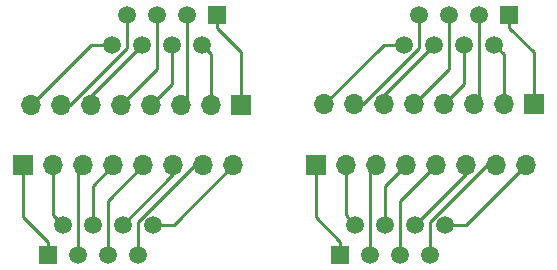
<source format=gbr>
%TF.GenerationSoftware,KiCad,Pcbnew,7.0.9*%
%TF.CreationDate,2024-06-08T10:48:36-04:00*%
%TF.ProjectId,8P breakout header,38502062-7265-4616-9b6f-757420686561,rev?*%
%TF.SameCoordinates,Original*%
%TF.FileFunction,Copper,L1,Top*%
%TF.FilePolarity,Positive*%
%FSLAX46Y46*%
G04 Gerber Fmt 4.6, Leading zero omitted, Abs format (unit mm)*
G04 Created by KiCad (PCBNEW 7.0.9) date 2024-06-08 10:48:36*
%MOMM*%
%LPD*%
G01*
G04 APERTURE LIST*
%TA.AperFunction,ComponentPad*%
%ADD10R,1.700000X1.700000*%
%TD*%
%TA.AperFunction,ComponentPad*%
%ADD11O,1.700000X1.700000*%
%TD*%
%TA.AperFunction,ComponentPad*%
%ADD12R,1.500000X1.500000*%
%TD*%
%TA.AperFunction,ComponentPad*%
%ADD13C,1.500000*%
%TD*%
%TA.AperFunction,Conductor*%
%ADD14C,0.250000*%
%TD*%
G04 APERTURE END LIST*
D10*
%TO.P,J4,1,Pin_1*%
%TO.N,Net-(J4-Pin_1)*%
X187940000Y-94635000D03*
D11*
%TO.P,J4,2,Pin_2*%
%TO.N,Net-(J4-Pin_2)*%
X190480000Y-94635000D03*
%TO.P,J4,3,Pin_3*%
%TO.N,Net-(J4-Pin_3)*%
X193020000Y-94635000D03*
%TO.P,J4,4,Pin_4*%
%TO.N,Net-(J4-Pin_4)*%
X195560000Y-94635000D03*
%TO.P,J4,5,Pin_5*%
%TO.N,Net-(J4-Pin_5)*%
X198100000Y-94635000D03*
%TO.P,J4,6,Pin_6*%
%TO.N,Net-(J4-Pin_6)*%
X200640000Y-94635000D03*
%TO.P,J4,7,Pin_7*%
%TO.N,Net-(J4-Pin_7)*%
X203180000Y-94635000D03*
%TO.P,J4,8,Pin_8*%
%TO.N,Net-(J4-Pin_8)*%
X205720000Y-94635000D03*
%TD*%
D12*
%TO.P,J1,1*%
%TO.N,Net-(J4-Pin_1)*%
X190007500Y-102235000D03*
D13*
%TO.P,J1,2*%
%TO.N,Net-(J4-Pin_2)*%
X191277500Y-99695000D03*
%TO.P,J1,3*%
%TO.N,Net-(J4-Pin_3)*%
X192547500Y-102235000D03*
%TO.P,J1,4*%
%TO.N,Net-(J4-Pin_4)*%
X193817500Y-99695000D03*
%TO.P,J1,5*%
%TO.N,Net-(J4-Pin_5)*%
X195087500Y-102235000D03*
%TO.P,J1,6*%
%TO.N,Net-(J4-Pin_6)*%
X196357500Y-99695000D03*
%TO.P,J1,7*%
%TO.N,Net-(J4-Pin_7)*%
X197627500Y-102235000D03*
%TO.P,J1,8*%
%TO.N,Net-(J4-Pin_8)*%
X198897500Y-99695000D03*
%TD*%
D10*
%TO.P,J4,1,Pin_1*%
%TO.N,Net-(J4-Pin_1)*%
X163175000Y-94635000D03*
D11*
%TO.P,J4,2,Pin_2*%
%TO.N,Net-(J4-Pin_2)*%
X165715000Y-94635000D03*
%TO.P,J4,3,Pin_3*%
%TO.N,Net-(J4-Pin_3)*%
X168255000Y-94635000D03*
%TO.P,J4,4,Pin_4*%
%TO.N,Net-(J4-Pin_4)*%
X170795000Y-94635000D03*
%TO.P,J4,5,Pin_5*%
%TO.N,Net-(J4-Pin_5)*%
X173335000Y-94635000D03*
%TO.P,J4,6,Pin_6*%
%TO.N,Net-(J4-Pin_6)*%
X175875000Y-94635000D03*
%TO.P,J4,7,Pin_7*%
%TO.N,Net-(J4-Pin_7)*%
X178415000Y-94635000D03*
%TO.P,J4,8,Pin_8*%
%TO.N,Net-(J4-Pin_8)*%
X180955000Y-94635000D03*
%TD*%
D12*
%TO.P,J1,1*%
%TO.N,Net-(J4-Pin_1)*%
X165242500Y-102235000D03*
D13*
%TO.P,J1,2*%
%TO.N,Net-(J4-Pin_2)*%
X166512500Y-99695000D03*
%TO.P,J1,3*%
%TO.N,Net-(J4-Pin_3)*%
X167782500Y-102235000D03*
%TO.P,J1,4*%
%TO.N,Net-(J4-Pin_4)*%
X169052500Y-99695000D03*
%TO.P,J1,5*%
%TO.N,Net-(J4-Pin_5)*%
X170322500Y-102235000D03*
%TO.P,J1,6*%
%TO.N,Net-(J4-Pin_6)*%
X171592500Y-99695000D03*
%TO.P,J1,7*%
%TO.N,Net-(J4-Pin_7)*%
X172862500Y-102235000D03*
%TO.P,J1,8*%
%TO.N,Net-(J4-Pin_8)*%
X174132500Y-99695000D03*
%TD*%
D10*
%TO.P,J4,1,Pin_1*%
%TO.N,Net-(J4-Pin_1)*%
X206395000Y-89515000D03*
D11*
%TO.P,J4,2,Pin_2*%
%TO.N,Net-(J4-Pin_2)*%
X203855000Y-89515000D03*
%TO.P,J4,3,Pin_3*%
%TO.N,Net-(J4-Pin_3)*%
X201315000Y-89515000D03*
%TO.P,J4,4,Pin_4*%
%TO.N,Net-(J4-Pin_4)*%
X198775000Y-89515000D03*
%TO.P,J4,5,Pin_5*%
%TO.N,Net-(J4-Pin_5)*%
X196235000Y-89515000D03*
%TO.P,J4,6,Pin_6*%
%TO.N,Net-(J4-Pin_6)*%
X193695000Y-89515000D03*
%TO.P,J4,7,Pin_7*%
%TO.N,Net-(J4-Pin_7)*%
X191155000Y-89515000D03*
%TO.P,J4,8,Pin_8*%
%TO.N,Net-(J4-Pin_8)*%
X188615000Y-89515000D03*
%TD*%
D12*
%TO.P,J1,1*%
%TO.N,Net-(J4-Pin_1)*%
X204327500Y-81915000D03*
D13*
%TO.P,J1,2*%
%TO.N,Net-(J4-Pin_2)*%
X203057500Y-84455000D03*
%TO.P,J1,3*%
%TO.N,Net-(J4-Pin_3)*%
X201787500Y-81915000D03*
%TO.P,J1,4*%
%TO.N,Net-(J4-Pin_4)*%
X200517500Y-84455000D03*
%TO.P,J1,5*%
%TO.N,Net-(J4-Pin_5)*%
X199247500Y-81915000D03*
%TO.P,J1,6*%
%TO.N,Net-(J4-Pin_6)*%
X197977500Y-84455000D03*
%TO.P,J1,7*%
%TO.N,Net-(J4-Pin_7)*%
X196707500Y-81915000D03*
%TO.P,J1,8*%
%TO.N,Net-(J4-Pin_8)*%
X195437500Y-84455000D03*
%TD*%
D10*
%TO.P,J4,1,Pin_1*%
%TO.N,Net-(J4-Pin_1)*%
X181610000Y-89535000D03*
D11*
%TO.P,J4,2,Pin_2*%
%TO.N,Net-(J4-Pin_2)*%
X179070000Y-89535000D03*
%TO.P,J4,3,Pin_3*%
%TO.N,Net-(J4-Pin_3)*%
X176530000Y-89535000D03*
%TO.P,J4,4,Pin_4*%
%TO.N,Net-(J4-Pin_4)*%
X173990000Y-89535000D03*
%TO.P,J4,5,Pin_5*%
%TO.N,Net-(J4-Pin_5)*%
X171450000Y-89535000D03*
%TO.P,J4,6,Pin_6*%
%TO.N,Net-(J4-Pin_6)*%
X168910000Y-89535000D03*
%TO.P,J4,7,Pin_7*%
%TO.N,Net-(J4-Pin_7)*%
X166370000Y-89535000D03*
%TO.P,J4,8,Pin_8*%
%TO.N,Net-(J4-Pin_8)*%
X163830000Y-89535000D03*
%TD*%
D12*
%TO.P,J1,1*%
%TO.N,Net-(J4-Pin_1)*%
X179542500Y-81935000D03*
D13*
%TO.P,J1,2*%
%TO.N,Net-(J4-Pin_2)*%
X178272500Y-84475000D03*
%TO.P,J1,3*%
%TO.N,Net-(J4-Pin_3)*%
X177002500Y-81935000D03*
%TO.P,J1,4*%
%TO.N,Net-(J4-Pin_4)*%
X175732500Y-84475000D03*
%TO.P,J1,5*%
%TO.N,Net-(J4-Pin_5)*%
X174462500Y-81935000D03*
%TO.P,J1,6*%
%TO.N,Net-(J4-Pin_6)*%
X173192500Y-84475000D03*
%TO.P,J1,7*%
%TO.N,Net-(J4-Pin_7)*%
X171922500Y-81935000D03*
%TO.P,J1,8*%
%TO.N,Net-(J4-Pin_8)*%
X170652500Y-84475000D03*
%TD*%
D14*
%TO.N,Net-(J4-Pin_8)*%
X200660000Y-99695000D02*
X205720000Y-94635000D01*
X198897500Y-99695000D02*
X200660000Y-99695000D01*
%TO.N,Net-(J4-Pin_7)*%
X202437220Y-94635000D02*
X203180000Y-94635000D01*
%TO.N,Net-(J4-Pin_6)*%
X196357500Y-99695000D02*
X200640000Y-95412500D01*
%TO.N,Net-(J4-Pin_7)*%
X197627500Y-99444720D02*
X202437220Y-94635000D01*
X197627500Y-102235000D02*
X197627500Y-99444720D01*
%TO.N,Net-(J4-Pin_6)*%
X200640000Y-95412500D02*
X200640000Y-94635000D01*
%TO.N,Net-(J4-Pin_5)*%
X195087500Y-97647500D02*
X198100000Y-94635000D01*
X195087500Y-102235000D02*
X195087500Y-97647500D01*
%TO.N,Net-(J4-Pin_1)*%
X190007500Y-102235000D02*
X190007500Y-101147500D01*
X190007500Y-101147500D02*
X187940000Y-99080000D01*
X187940000Y-99080000D02*
X187940000Y-94635000D01*
%TO.N,Net-(J4-Pin_3)*%
X192547500Y-102235000D02*
X192547500Y-95107500D01*
X192547500Y-95107500D02*
X193020000Y-94635000D01*
%TO.N,Net-(J4-Pin_2)*%
X190480000Y-98897500D02*
X190480000Y-94635000D01*
X191277500Y-99695000D02*
X190480000Y-98897500D01*
%TO.N,Net-(J4-Pin_4)*%
X193817500Y-99695000D02*
X193817500Y-96377500D01*
X193817500Y-96377500D02*
X195560000Y-94635000D01*
%TO.N,Net-(J4-Pin_8)*%
X175895000Y-99695000D02*
X180955000Y-94635000D01*
X174132500Y-99695000D02*
X175895000Y-99695000D01*
%TO.N,Net-(J4-Pin_7)*%
X177672220Y-94635000D02*
X178415000Y-94635000D01*
%TO.N,Net-(J4-Pin_6)*%
X171592500Y-99695000D02*
X175875000Y-95412500D01*
%TO.N,Net-(J4-Pin_7)*%
X172862500Y-99444720D02*
X177672220Y-94635000D01*
X172862500Y-102235000D02*
X172862500Y-99444720D01*
%TO.N,Net-(J4-Pin_6)*%
X175875000Y-95412500D02*
X175875000Y-94635000D01*
%TO.N,Net-(J4-Pin_5)*%
X170322500Y-97647500D02*
X173335000Y-94635000D01*
X170322500Y-102235000D02*
X170322500Y-97647500D01*
%TO.N,Net-(J4-Pin_1)*%
X165242500Y-102235000D02*
X165242500Y-101147500D01*
X165242500Y-101147500D02*
X163175000Y-99080000D01*
X163175000Y-99080000D02*
X163175000Y-94635000D01*
%TO.N,Net-(J4-Pin_3)*%
X167782500Y-102235000D02*
X167782500Y-95107500D01*
X167782500Y-95107500D02*
X168255000Y-94635000D01*
%TO.N,Net-(J4-Pin_2)*%
X165715000Y-98897500D02*
X165715000Y-94635000D01*
X166512500Y-99695000D02*
X165715000Y-98897500D01*
%TO.N,Net-(J4-Pin_4)*%
X169052500Y-99695000D02*
X169052500Y-96377500D01*
X169052500Y-96377500D02*
X170795000Y-94635000D01*
%TO.N,Net-(J4-Pin_8)*%
X193675000Y-84455000D02*
X188615000Y-89515000D01*
X195437500Y-84455000D02*
X193675000Y-84455000D01*
%TO.N,Net-(J4-Pin_7)*%
X191897780Y-89515000D02*
X191155000Y-89515000D01*
%TO.N,Net-(J4-Pin_6)*%
X197977500Y-84455000D02*
X193695000Y-88737500D01*
%TO.N,Net-(J4-Pin_7)*%
X196707500Y-84705280D02*
X191897780Y-89515000D01*
X196707500Y-81915000D02*
X196707500Y-84705280D01*
%TO.N,Net-(J4-Pin_6)*%
X193695000Y-88737500D02*
X193695000Y-89515000D01*
%TO.N,Net-(J4-Pin_5)*%
X199247500Y-86502500D02*
X196235000Y-89515000D01*
X199247500Y-81915000D02*
X199247500Y-86502500D01*
%TO.N,Net-(J4-Pin_1)*%
X204327500Y-81915000D02*
X204327500Y-83002500D01*
X204327500Y-83002500D02*
X206395000Y-85070000D01*
X206395000Y-85070000D02*
X206395000Y-89515000D01*
%TO.N,Net-(J4-Pin_3)*%
X201787500Y-81915000D02*
X201787500Y-89042500D01*
X201787500Y-89042500D02*
X201315000Y-89515000D01*
%TO.N,Net-(J4-Pin_2)*%
X203855000Y-85252500D02*
X203855000Y-89515000D01*
X203057500Y-84455000D02*
X203855000Y-85252500D01*
%TO.N,Net-(J4-Pin_4)*%
X200517500Y-84455000D02*
X200517500Y-87772500D01*
X200517500Y-87772500D02*
X198775000Y-89515000D01*
%TO.N,Net-(J4-Pin_1)*%
X179542500Y-83022500D02*
X181610000Y-85090000D01*
X179542500Y-81935000D02*
X179542500Y-83022500D01*
X181610000Y-85090000D02*
X181610000Y-89535000D01*
%TO.N,Net-(J4-Pin_2)*%
X178272500Y-84475000D02*
X179070000Y-85272500D01*
X179070000Y-85272500D02*
X179070000Y-89535000D01*
%TO.N,Net-(J4-Pin_3)*%
X177002500Y-89062500D02*
X176530000Y-89535000D01*
X177002500Y-81935000D02*
X177002500Y-89062500D01*
%TO.N,Net-(J4-Pin_4)*%
X175732500Y-87792500D02*
X173990000Y-89535000D01*
X175732500Y-84475000D02*
X175732500Y-87792500D01*
%TO.N,Net-(J4-Pin_5)*%
X174462500Y-81935000D02*
X174462500Y-86522500D01*
X174462500Y-86522500D02*
X171450000Y-89535000D01*
%TO.N,Net-(J4-Pin_6)*%
X173192500Y-84475000D02*
X168910000Y-88757500D01*
X168910000Y-88757500D02*
X168910000Y-89535000D01*
%TO.N,Net-(J4-Pin_7)*%
X167112780Y-89535000D02*
X166370000Y-89535000D01*
X171922500Y-81935000D02*
X171922500Y-84725280D01*
X171922500Y-84725280D02*
X167112780Y-89535000D01*
%TO.N,Net-(J4-Pin_8)*%
X170652500Y-84475000D02*
X168890000Y-84475000D01*
X168890000Y-84475000D02*
X163830000Y-89535000D01*
%TD*%
M02*

</source>
